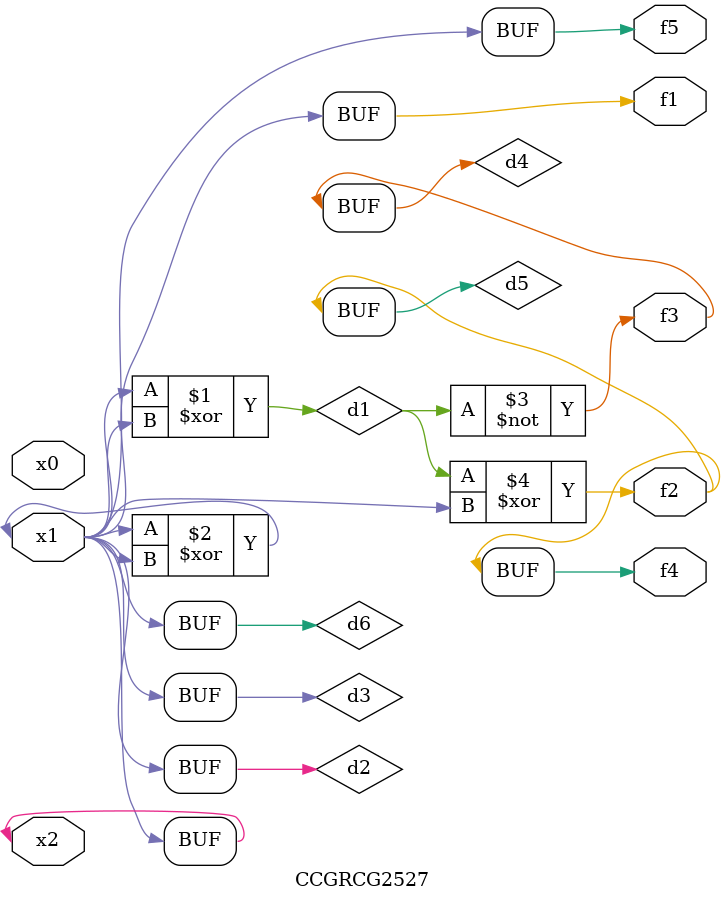
<source format=v>
module CCGRCG2527(
	input x0, x1, x2,
	output f1, f2, f3, f4, f5
);

	wire d1, d2, d3, d4, d5, d6;

	xor (d1, x1, x2);
	buf (d2, x1, x2);
	xor (d3, x1, x2);
	nor (d4, d1);
	xor (d5, d1, d2);
	buf (d6, d2, d3);
	assign f1 = d6;
	assign f2 = d5;
	assign f3 = d4;
	assign f4 = d5;
	assign f5 = d6;
endmodule

</source>
